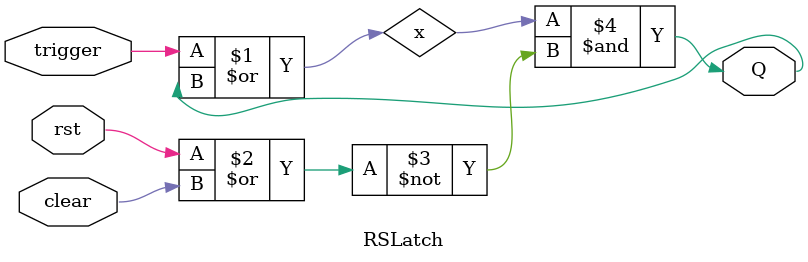
<source format=v>
module RSLatch( trigger, rst, clear, Q );
	input trigger, rst, clear;
	output Q;
	
	assign x = trigger | Q;
	assign Q = x & ~(rst | clear);
	
endmodule
</source>
